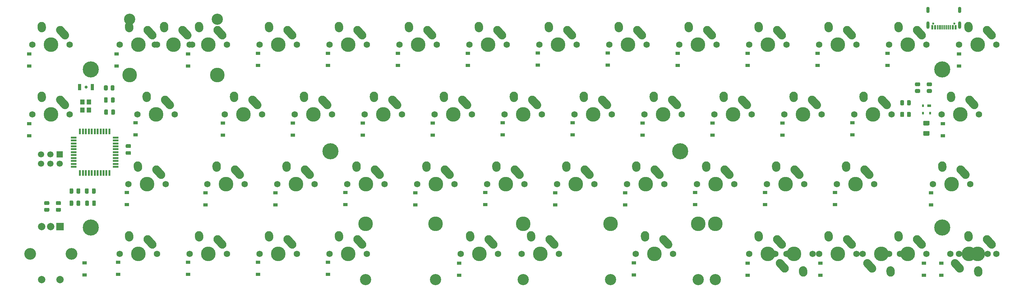
<source format=gbr>
%TF.GenerationSoftware,KiCad,Pcbnew,(5.1.12)-1*%
%TF.CreationDate,2022-01-18T19:21:30-06:00*%
%TF.ProjectId,pcb,7063622e-6b69-4636-9164-5f7063625858,rev?*%
%TF.SameCoordinates,Original*%
%TF.FileFunction,Soldermask,Top*%
%TF.FilePolarity,Negative*%
%FSLAX46Y46*%
G04 Gerber Fmt 4.6, Leading zero omitted, Abs format (unit mm)*
G04 Created by KiCad (PCBNEW (5.1.12)-1) date 2022-01-18 19:21:30*
%MOMM*%
%LPD*%
G01*
G04 APERTURE LIST*
%ADD10R,2.000000X2.000000*%
%ADD11C,2.000000*%
%ADD12C,3.200000*%
%ADD13C,3.987800*%
%ADD14C,3.048000*%
%ADD15C,1.750000*%
%ADD16C,2.250000*%
%ADD17C,4.400000*%
%ADD18R,0.550000X1.500000*%
%ADD19R,1.500000X0.550000*%
%ADD20C,0.800000*%
%ADD21R,0.900000X1.700000*%
%ADD22R,1.200000X1.400000*%
%ADD23R,1.000000X0.700000*%
%ADD24R,0.600000X0.700000*%
%ADD25R,1.700000X1.700000*%
%ADD26C,1.700000*%
%ADD27O,0.900000X2.000000*%
%ADD28O,0.900000X1.700000*%
%ADD29R,0.300000X1.160000*%
%ADD30C,0.600000*%
%ADD31R,0.600000X1.160000*%
%ADD32R,1.200000X0.900000*%
G04 APERTURE END LIST*
D10*
%TO.C,E1*%
X83780000Y-138430000D03*
D11*
X81280000Y-138430000D03*
X78780000Y-138430000D03*
D12*
X86880000Y-145930000D03*
X75680000Y-145930000D03*
D11*
X83780000Y-152930000D03*
X78780000Y-152930000D03*
%TD*%
%TO.C,R7*%
G36*
G01*
X80618751Y-132560750D02*
X79718749Y-132560750D01*
G75*
G02*
X79468750Y-132310751I0J249999D01*
G01*
X79468750Y-131785749D01*
G75*
G02*
X79718749Y-131535750I249999J0D01*
G01*
X80618751Y-131535750D01*
G75*
G02*
X80868750Y-131785749I0J-249999D01*
G01*
X80868750Y-132310751D01*
G75*
G02*
X80618751Y-132560750I-249999J0D01*
G01*
G37*
G36*
G01*
X80618751Y-134385750D02*
X79718749Y-134385750D01*
G75*
G02*
X79468750Y-134135751I0J249999D01*
G01*
X79468750Y-133610749D01*
G75*
G02*
X79718749Y-133360750I249999J0D01*
G01*
X80618751Y-133360750D01*
G75*
G02*
X80868750Y-133610749I0J-249999D01*
G01*
X80868750Y-134135751D01*
G75*
G02*
X80618751Y-134385750I-249999J0D01*
G01*
G37*
%TD*%
D13*
%TO.C,MX54*%
X166992300Y-137668000D03*
X262242300Y-137668000D03*
D14*
X166992300Y-152908000D03*
X262242300Y-152908000D03*
D15*
X209537300Y-145923000D03*
X219697300Y-145923000D03*
D16*
X217117300Y-141923000D03*
D13*
X214617300Y-145923000D03*
G36*
G01*
X219180072Y-144219038D02*
X219178617Y-144220345D01*
G75*
G02*
X217589955Y-144134317I-751317J837345D01*
G01*
X216279953Y-142674317D01*
G75*
G02*
X216365981Y-141085655I837345J751317D01*
G01*
X216365981Y-141085655D01*
G75*
G02*
X217954643Y-141171683I751317J-837345D01*
G01*
X219264645Y-142631683D01*
G75*
G02*
X219178617Y-144220345I-837345J-751317D01*
G01*
G37*
D16*
X212077300Y-140843000D03*
G36*
G01*
X212195776Y-142545260D02*
X212194703Y-142545334D01*
G75*
G02*
X210994966Y-141500403I-77403J1122334D01*
G01*
X210954966Y-140920403D01*
G75*
G02*
X211999897Y-139720666I1122334J77403D01*
G01*
X211999897Y-139720666D01*
G75*
G02*
X213199634Y-140765597I77403J-1122334D01*
G01*
X213239634Y-141345597D01*
G75*
G02*
X212194703Y-142545334I-1122334J-77403D01*
G01*
G37*
%TD*%
D15*
%TO.C,MX53*%
X288734500Y-145910300D03*
X278574500Y-145910300D03*
D16*
X281154500Y-149910300D03*
D13*
X283654500Y-145910300D03*
G36*
G01*
X279093188Y-147612950D02*
X279093183Y-147612955D01*
G75*
G02*
X280681845Y-147698983I751317J-837345D01*
G01*
X281991847Y-149158983D01*
G75*
G02*
X281905819Y-150747645I-837345J-751317D01*
G01*
X281905819Y-150747645D01*
G75*
G02*
X280317157Y-150661617I-751317J837345D01*
G01*
X279007155Y-149201617D01*
G75*
G02*
X279093183Y-147612955I837345J751317D01*
G01*
G37*
D16*
X286194500Y-150990300D03*
G36*
G01*
X286077983Y-149287905D02*
X286077097Y-149287966D01*
G75*
G02*
X287276834Y-150332897I77403J-1122334D01*
G01*
X287316834Y-150912897D01*
G75*
G02*
X286271903Y-152112634I-1122334J-77403D01*
G01*
X286271903Y-152112634D01*
G75*
G02*
X285072166Y-151067703I-77403J1122334D01*
G01*
X285032166Y-150487703D01*
G75*
G02*
X286077097Y-149287966I1122334J77403D01*
G01*
G37*
%TD*%
D15*
%TO.C,MX52*%
X312547000Y-145923000D03*
X302387000Y-145923000D03*
D16*
X304967000Y-149923000D03*
D13*
X307467000Y-145923000D03*
G36*
G01*
X302905688Y-147625650D02*
X302905683Y-147625655D01*
G75*
G02*
X304494345Y-147711683I751317J-837345D01*
G01*
X305804347Y-149171683D01*
G75*
G02*
X305718319Y-150760345I-837345J-751317D01*
G01*
X305718319Y-150760345D01*
G75*
G02*
X304129657Y-150674317I-751317J837345D01*
G01*
X302819655Y-149214317D01*
G75*
G02*
X302905683Y-147625655I837345J751317D01*
G01*
G37*
D16*
X310007000Y-151003000D03*
G36*
G01*
X309890483Y-149300605D02*
X309889597Y-149300666D01*
G75*
G02*
X311089334Y-150345597I77403J-1122334D01*
G01*
X311129334Y-150925597D01*
G75*
G02*
X310084403Y-152125334I-1122334J-77403D01*
G01*
X310084403Y-152125334D01*
G75*
G02*
X308884666Y-151080403I-77403J1122334D01*
G01*
X308844666Y-150500403D01*
G75*
G02*
X309889597Y-149300666I1122334J77403D01*
G01*
G37*
%TD*%
D15*
%TO.C,MX51*%
X336423000Y-145923000D03*
X326263000Y-145923000D03*
D16*
X328843000Y-149923000D03*
D13*
X331343000Y-145923000D03*
G36*
G01*
X326781688Y-147625650D02*
X326781683Y-147625655D01*
G75*
G02*
X328370345Y-147711683I751317J-837345D01*
G01*
X329680347Y-149171683D01*
G75*
G02*
X329594319Y-150760345I-837345J-751317D01*
G01*
X329594319Y-150760345D01*
G75*
G02*
X328005657Y-150674317I-751317J837345D01*
G01*
X326695655Y-149214317D01*
G75*
G02*
X326781683Y-147625655I837345J751317D01*
G01*
G37*
D16*
X333883000Y-151003000D03*
G36*
G01*
X333766483Y-149300605D02*
X333765597Y-149300666D01*
G75*
G02*
X334965334Y-150345597I77403J-1122334D01*
G01*
X335005334Y-150925597D01*
G75*
G02*
X333960403Y-152125334I-1122334J-77403D01*
G01*
X333960403Y-152125334D01*
G75*
G02*
X332760666Y-151080403I-77403J1122334D01*
G01*
X332720666Y-150500403D01*
G75*
G02*
X333765597Y-149300666I1122334J77403D01*
G01*
G37*
%TD*%
D13*
%TO.C,MX45*%
X186067700Y-137668000D03*
X209943700Y-137668000D03*
D14*
X186067700Y-152908000D03*
X209943700Y-152908000D03*
D15*
X192925700Y-145923000D03*
X203085700Y-145923000D03*
D16*
X200505700Y-141923000D03*
D13*
X198005700Y-145923000D03*
G36*
G01*
X202568472Y-144219038D02*
X202567017Y-144220345D01*
G75*
G02*
X200978355Y-144134317I-751317J837345D01*
G01*
X199668353Y-142674317D01*
G75*
G02*
X199754381Y-141085655I837345J751317D01*
G01*
X199754381Y-141085655D01*
G75*
G02*
X201343043Y-141171683I751317J-837345D01*
G01*
X202653045Y-142631683D01*
G75*
G02*
X202567017Y-144220345I-837345J-751317D01*
G01*
G37*
D16*
X195465700Y-140843000D03*
G36*
G01*
X195584176Y-142545260D02*
X195583103Y-142545334D01*
G75*
G02*
X194383366Y-141500403I-77403J1122334D01*
G01*
X194343366Y-140920403D01*
G75*
G02*
X195388297Y-139720666I1122334J77403D01*
G01*
X195388297Y-139720666D01*
G75*
G02*
X196588034Y-140765597I77403J-1122334D01*
G01*
X196628034Y-141345597D01*
G75*
G02*
X195583103Y-142545334I-1122334J-77403D01*
G01*
G37*
%TD*%
D13*
%TO.C,MX44*%
X233692700Y-137668000D03*
X257568700Y-137668000D03*
D14*
X233692700Y-152908000D03*
X257568700Y-152908000D03*
D15*
X240550700Y-145923000D03*
X250710700Y-145923000D03*
D16*
X248130700Y-141923000D03*
D13*
X245630700Y-145923000D03*
G36*
G01*
X250193472Y-144219038D02*
X250192017Y-144220345D01*
G75*
G02*
X248603355Y-144134317I-751317J837345D01*
G01*
X247293353Y-142674317D01*
G75*
G02*
X247379381Y-141085655I837345J751317D01*
G01*
X247379381Y-141085655D01*
G75*
G02*
X248968043Y-141171683I751317J-837345D01*
G01*
X250278045Y-142631683D01*
G75*
G02*
X250192017Y-144220345I-837345J-751317D01*
G01*
G37*
D16*
X243090700Y-140843000D03*
G36*
G01*
X243209176Y-142545260D02*
X243208103Y-142545334D01*
G75*
G02*
X242008366Y-141500403I-77403J1122334D01*
G01*
X241968366Y-140920403D01*
G75*
G02*
X243013297Y-139720666I1122334J77403D01*
G01*
X243013297Y-139720666D01*
G75*
G02*
X244213034Y-140765597I77403J-1122334D01*
G01*
X244253034Y-141345597D01*
G75*
G02*
X243208103Y-142545334I-1122334J-77403D01*
G01*
G37*
%TD*%
D17*
%TO.C,H6*%
X92202000Y-138684000D03*
%TD*%
%TO.C,H5*%
X92202000Y-95504000D03*
%TD*%
%TO.C,H3*%
X252730000Y-117856000D03*
%TD*%
%TO.C,H4*%
X157480000Y-117856000D03*
%TD*%
%TO.C,H2*%
X324104000Y-138684000D03*
%TD*%
%TO.C,H1*%
X324104000Y-95504000D03*
%TD*%
D18*
%TO.C,U1*%
X97230700Y-123841750D03*
X96430700Y-123841750D03*
X95630700Y-123841750D03*
X94830700Y-123841750D03*
X94030700Y-123841750D03*
X93230700Y-123841750D03*
X92430700Y-123841750D03*
X91630700Y-123841750D03*
X90830700Y-123841750D03*
X90030700Y-123841750D03*
X89230700Y-123841750D03*
D19*
X87530700Y-122141750D03*
X87530700Y-121341750D03*
X87530700Y-120541750D03*
X87530700Y-119741750D03*
X87530700Y-118941750D03*
X87530700Y-118141750D03*
X87530700Y-117341750D03*
X87530700Y-116541750D03*
X87530700Y-115741750D03*
X87530700Y-114941750D03*
X87530700Y-114141750D03*
D18*
X89230700Y-112441750D03*
X90030700Y-112441750D03*
X90830700Y-112441750D03*
X91630700Y-112441750D03*
X92430700Y-112441750D03*
X93230700Y-112441750D03*
X94030700Y-112441750D03*
X94830700Y-112441750D03*
X95630700Y-112441750D03*
X96430700Y-112441750D03*
X97230700Y-112441750D03*
D19*
X98930700Y-114141750D03*
X98930700Y-114941750D03*
X98930700Y-115741750D03*
X98930700Y-116541750D03*
X98930700Y-117341750D03*
X98930700Y-118141750D03*
X98930700Y-118941750D03*
X98930700Y-119741750D03*
X98930700Y-120541750D03*
X98930700Y-121341750D03*
X98930700Y-122141750D03*
%TD*%
D15*
%TO.C,MX14*%
X76244450Y-88773000D03*
X86404450Y-88773000D03*
D16*
X83824450Y-84773000D03*
D13*
X81324450Y-88773000D03*
G36*
G01*
X85887222Y-87069038D02*
X85885767Y-87070345D01*
G75*
G02*
X84297105Y-86984317I-751317J837345D01*
G01*
X82987103Y-85524317D01*
G75*
G02*
X83073131Y-83935655I837345J751317D01*
G01*
X83073131Y-83935655D01*
G75*
G02*
X84661793Y-84021683I751317J-837345D01*
G01*
X85971795Y-85481683D01*
G75*
G02*
X85885767Y-87070345I-837345J-751317D01*
G01*
G37*
D16*
X78784450Y-83693000D03*
G36*
G01*
X78902926Y-85395260D02*
X78901853Y-85395334D01*
G75*
G02*
X77702116Y-84350403I-77403J1122334D01*
G01*
X77662116Y-83770403D01*
G75*
G02*
X78707047Y-82570666I1122334J77403D01*
G01*
X78707047Y-82570666D01*
G75*
G02*
X79906784Y-83615597I77403J-1122334D01*
G01*
X79946784Y-84195597D01*
G75*
G02*
X78901853Y-85395334I-1122334J-77403D01*
G01*
G37*
%TD*%
D20*
%TO.C,SW1*%
X90854000Y-100330000D03*
D21*
X92554000Y-100330000D03*
X89154000Y-100330000D03*
%TD*%
%TO.C,MX50*%
G36*
G01*
X112240426Y-85395260D02*
X112239353Y-85395334D01*
G75*
G02*
X111039616Y-84350403I-77403J1122334D01*
G01*
X110999616Y-83770403D01*
G75*
G02*
X112044547Y-82570666I1122334J77403D01*
G01*
X112044547Y-82570666D01*
G75*
G02*
X113244284Y-83615597I77403J-1122334D01*
G01*
X113284284Y-84195597D01*
G75*
G02*
X112239353Y-85395334I-1122334J-77403D01*
G01*
G37*
D16*
X112121950Y-83693000D03*
G36*
G01*
X119224722Y-87069038D02*
X119223267Y-87070345D01*
G75*
G02*
X117634605Y-86984317I-751317J837345D01*
G01*
X116324603Y-85524317D01*
G75*
G02*
X116410631Y-83935655I837345J751317D01*
G01*
X116410631Y-83935655D01*
G75*
G02*
X117999293Y-84021683I751317J-837345D01*
G01*
X119309295Y-85481683D01*
G75*
G02*
X119223267Y-87070345I-837345J-751317D01*
G01*
G37*
D13*
X114661950Y-88773000D03*
D16*
X117161950Y-84773000D03*
D15*
X119741950Y-88773000D03*
X109581950Y-88773000D03*
D14*
X126599950Y-81788000D03*
X102723950Y-81788000D03*
D13*
X126599950Y-97028000D03*
X102723950Y-97028000D03*
%TD*%
%TO.C,MX49*%
G36*
G01*
X102715426Y-142545260D02*
X102714353Y-142545334D01*
G75*
G02*
X101514616Y-141500403I-77403J1122334D01*
G01*
X101474616Y-140920403D01*
G75*
G02*
X102519547Y-139720666I1122334J77403D01*
G01*
X102519547Y-139720666D01*
G75*
G02*
X103719284Y-140765597I77403J-1122334D01*
G01*
X103759284Y-141345597D01*
G75*
G02*
X102714353Y-142545334I-1122334J-77403D01*
G01*
G37*
D16*
X102596950Y-140843000D03*
G36*
G01*
X109699722Y-144219038D02*
X109698267Y-144220345D01*
G75*
G02*
X108109605Y-144134317I-751317J837345D01*
G01*
X106799603Y-142674317D01*
G75*
G02*
X106885631Y-141085655I837345J751317D01*
G01*
X106885631Y-141085655D01*
G75*
G02*
X108474293Y-141171683I751317J-837345D01*
G01*
X109784295Y-142631683D01*
G75*
G02*
X109698267Y-144220345I-837345J-751317D01*
G01*
G37*
D13*
X105136950Y-145923000D03*
D16*
X107636950Y-141923000D03*
D15*
X110216950Y-145923000D03*
X100056950Y-145923000D03*
%TD*%
%TO.C,MX48*%
G36*
G01*
X121765426Y-142545260D02*
X121764353Y-142545334D01*
G75*
G02*
X120564616Y-141500403I-77403J1122334D01*
G01*
X120524616Y-140920403D01*
G75*
G02*
X121569547Y-139720666I1122334J77403D01*
G01*
X121569547Y-139720666D01*
G75*
G02*
X122769284Y-140765597I77403J-1122334D01*
G01*
X122809284Y-141345597D01*
G75*
G02*
X121764353Y-142545334I-1122334J-77403D01*
G01*
G37*
D16*
X121646950Y-140843000D03*
G36*
G01*
X128749722Y-144219038D02*
X128748267Y-144220345D01*
G75*
G02*
X127159605Y-144134317I-751317J837345D01*
G01*
X125849603Y-142674317D01*
G75*
G02*
X125935631Y-141085655I837345J751317D01*
G01*
X125935631Y-141085655D01*
G75*
G02*
X127524293Y-141171683I751317J-837345D01*
G01*
X128834295Y-142631683D01*
G75*
G02*
X128748267Y-144220345I-837345J-751317D01*
G01*
G37*
D13*
X124186950Y-145923000D03*
D16*
X126686950Y-141923000D03*
D15*
X129266950Y-145923000D03*
X119106950Y-145923000D03*
%TD*%
%TO.C,MX47*%
G36*
G01*
X140815426Y-142545260D02*
X140814353Y-142545334D01*
G75*
G02*
X139614616Y-141500403I-77403J1122334D01*
G01*
X139574616Y-140920403D01*
G75*
G02*
X140619547Y-139720666I1122334J77403D01*
G01*
X140619547Y-139720666D01*
G75*
G02*
X141819284Y-140765597I77403J-1122334D01*
G01*
X141859284Y-141345597D01*
G75*
G02*
X140814353Y-142545334I-1122334J-77403D01*
G01*
G37*
D16*
X140696950Y-140843000D03*
G36*
G01*
X147799722Y-144219038D02*
X147798267Y-144220345D01*
G75*
G02*
X146209605Y-144134317I-751317J837345D01*
G01*
X144899603Y-142674317D01*
G75*
G02*
X144985631Y-141085655I837345J751317D01*
G01*
X144985631Y-141085655D01*
G75*
G02*
X146574293Y-141171683I751317J-837345D01*
G01*
X147884295Y-142631683D01*
G75*
G02*
X147798267Y-144220345I-837345J-751317D01*
G01*
G37*
D13*
X143236950Y-145923000D03*
D16*
X145736950Y-141923000D03*
D15*
X148316950Y-145923000D03*
X138156950Y-145923000D03*
%TD*%
%TO.C,MX46*%
G36*
G01*
X159865426Y-142545260D02*
X159864353Y-142545334D01*
G75*
G02*
X158664616Y-141500403I-77403J1122334D01*
G01*
X158624616Y-140920403D01*
G75*
G02*
X159669547Y-139720666I1122334J77403D01*
G01*
X159669547Y-139720666D01*
G75*
G02*
X160869284Y-140765597I77403J-1122334D01*
G01*
X160909284Y-141345597D01*
G75*
G02*
X159864353Y-142545334I-1122334J-77403D01*
G01*
G37*
D16*
X159746950Y-140843000D03*
G36*
G01*
X166849722Y-144219038D02*
X166848267Y-144220345D01*
G75*
G02*
X165259605Y-144134317I-751317J837345D01*
G01*
X163949603Y-142674317D01*
G75*
G02*
X164035631Y-141085655I837345J751317D01*
G01*
X164035631Y-141085655D01*
G75*
G02*
X165624293Y-141171683I751317J-837345D01*
G01*
X166934295Y-142631683D01*
G75*
G02*
X166848267Y-144220345I-837345J-751317D01*
G01*
G37*
D13*
X162286950Y-145923000D03*
D16*
X164786950Y-141923000D03*
D15*
X167366950Y-145923000D03*
X157206950Y-145923000D03*
%TD*%
%TO.C,MX43*%
G36*
G01*
X274165426Y-142545260D02*
X274164353Y-142545334D01*
G75*
G02*
X272964616Y-141500403I-77403J1122334D01*
G01*
X272924616Y-140920403D01*
G75*
G02*
X273969547Y-139720666I1122334J77403D01*
G01*
X273969547Y-139720666D01*
G75*
G02*
X275169284Y-140765597I77403J-1122334D01*
G01*
X275209284Y-141345597D01*
G75*
G02*
X274164353Y-142545334I-1122334J-77403D01*
G01*
G37*
D16*
X274046950Y-140843000D03*
G36*
G01*
X281149722Y-144219038D02*
X281148267Y-144220345D01*
G75*
G02*
X279559605Y-144134317I-751317J837345D01*
G01*
X278249603Y-142674317D01*
G75*
G02*
X278335631Y-141085655I837345J751317D01*
G01*
X278335631Y-141085655D01*
G75*
G02*
X279924293Y-141171683I751317J-837345D01*
G01*
X281234295Y-142631683D01*
G75*
G02*
X281148267Y-144220345I-837345J-751317D01*
G01*
G37*
D13*
X276586950Y-145923000D03*
D16*
X279086950Y-141923000D03*
D15*
X281666950Y-145923000D03*
X271506950Y-145923000D03*
%TD*%
%TO.C,MX42*%
G36*
G01*
X293215426Y-142545260D02*
X293214353Y-142545334D01*
G75*
G02*
X292014616Y-141500403I-77403J1122334D01*
G01*
X291974616Y-140920403D01*
G75*
G02*
X293019547Y-139720666I1122334J77403D01*
G01*
X293019547Y-139720666D01*
G75*
G02*
X294219284Y-140765597I77403J-1122334D01*
G01*
X294259284Y-141345597D01*
G75*
G02*
X293214353Y-142545334I-1122334J-77403D01*
G01*
G37*
D16*
X293096950Y-140843000D03*
G36*
G01*
X300199722Y-144219038D02*
X300198267Y-144220345D01*
G75*
G02*
X298609605Y-144134317I-751317J837345D01*
G01*
X297299603Y-142674317D01*
G75*
G02*
X297385631Y-141085655I837345J751317D01*
G01*
X297385631Y-141085655D01*
G75*
G02*
X298974293Y-141171683I751317J-837345D01*
G01*
X300284295Y-142631683D01*
G75*
G02*
X300198267Y-144220345I-837345J-751317D01*
G01*
G37*
D13*
X295636950Y-145923000D03*
D16*
X298136950Y-141923000D03*
D15*
X300716950Y-145923000D03*
X290556950Y-145923000D03*
%TD*%
%TO.C,MX41*%
G36*
G01*
X312265426Y-142545260D02*
X312264353Y-142545334D01*
G75*
G02*
X311064616Y-141500403I-77403J1122334D01*
G01*
X311024616Y-140920403D01*
G75*
G02*
X312069547Y-139720666I1122334J77403D01*
G01*
X312069547Y-139720666D01*
G75*
G02*
X313269284Y-140765597I77403J-1122334D01*
G01*
X313309284Y-141345597D01*
G75*
G02*
X312264353Y-142545334I-1122334J-77403D01*
G01*
G37*
D16*
X312146950Y-140843000D03*
G36*
G01*
X319249722Y-144219038D02*
X319248267Y-144220345D01*
G75*
G02*
X317659605Y-144134317I-751317J837345D01*
G01*
X316349603Y-142674317D01*
G75*
G02*
X316435631Y-141085655I837345J751317D01*
G01*
X316435631Y-141085655D01*
G75*
G02*
X318024293Y-141171683I751317J-837345D01*
G01*
X319334295Y-142631683D01*
G75*
G02*
X319248267Y-144220345I-837345J-751317D01*
G01*
G37*
D13*
X314686950Y-145923000D03*
D16*
X317186950Y-141923000D03*
D15*
X319766950Y-145923000D03*
X309606950Y-145923000D03*
%TD*%
%TO.C,MX40*%
G36*
G01*
X331315426Y-142545260D02*
X331314353Y-142545334D01*
G75*
G02*
X330114616Y-141500403I-77403J1122334D01*
G01*
X330074616Y-140920403D01*
G75*
G02*
X331119547Y-139720666I1122334J77403D01*
G01*
X331119547Y-139720666D01*
G75*
G02*
X332319284Y-140765597I77403J-1122334D01*
G01*
X332359284Y-141345597D01*
G75*
G02*
X331314353Y-142545334I-1122334J-77403D01*
G01*
G37*
D16*
X331196950Y-140843000D03*
G36*
G01*
X338299722Y-144219038D02*
X338298267Y-144220345D01*
G75*
G02*
X336709605Y-144134317I-751317J837345D01*
G01*
X335399603Y-142674317D01*
G75*
G02*
X335485631Y-141085655I837345J751317D01*
G01*
X335485631Y-141085655D01*
G75*
G02*
X337074293Y-141171683I751317J-837345D01*
G01*
X338384295Y-142631683D01*
G75*
G02*
X338298267Y-144220345I-837345J-751317D01*
G01*
G37*
D13*
X333736950Y-145923000D03*
D16*
X336236950Y-141923000D03*
D15*
X338816950Y-145923000D03*
X328656950Y-145923000D03*
%TD*%
%TO.C,MX39*%
G36*
G01*
X105096676Y-123495260D02*
X105095603Y-123495334D01*
G75*
G02*
X103895866Y-122450403I-77403J1122334D01*
G01*
X103855866Y-121870403D01*
G75*
G02*
X104900797Y-120670666I1122334J77403D01*
G01*
X104900797Y-120670666D01*
G75*
G02*
X106100534Y-121715597I77403J-1122334D01*
G01*
X106140534Y-122295597D01*
G75*
G02*
X105095603Y-123495334I-1122334J-77403D01*
G01*
G37*
D16*
X104978200Y-121793000D03*
G36*
G01*
X112080972Y-125169038D02*
X112079517Y-125170345D01*
G75*
G02*
X110490855Y-125084317I-751317J837345D01*
G01*
X109180853Y-123624317D01*
G75*
G02*
X109266881Y-122035655I837345J751317D01*
G01*
X109266881Y-122035655D01*
G75*
G02*
X110855543Y-122121683I751317J-837345D01*
G01*
X112165545Y-123581683D01*
G75*
G02*
X112079517Y-125170345I-837345J-751317D01*
G01*
G37*
D13*
X107518200Y-126873000D03*
D16*
X110018200Y-122873000D03*
D15*
X112598200Y-126873000D03*
X102438200Y-126873000D03*
%TD*%
%TO.C,MX38*%
G36*
G01*
X126527926Y-123495260D02*
X126526853Y-123495334D01*
G75*
G02*
X125327116Y-122450403I-77403J1122334D01*
G01*
X125287116Y-121870403D01*
G75*
G02*
X126332047Y-120670666I1122334J77403D01*
G01*
X126332047Y-120670666D01*
G75*
G02*
X127531784Y-121715597I77403J-1122334D01*
G01*
X127571784Y-122295597D01*
G75*
G02*
X126526853Y-123495334I-1122334J-77403D01*
G01*
G37*
D16*
X126409450Y-121793000D03*
G36*
G01*
X133512222Y-125169038D02*
X133510767Y-125170345D01*
G75*
G02*
X131922105Y-125084317I-751317J837345D01*
G01*
X130612103Y-123624317D01*
G75*
G02*
X130698131Y-122035655I837345J751317D01*
G01*
X130698131Y-122035655D01*
G75*
G02*
X132286793Y-122121683I751317J-837345D01*
G01*
X133596795Y-123581683D01*
G75*
G02*
X133510767Y-125170345I-837345J-751317D01*
G01*
G37*
D13*
X128949450Y-126873000D03*
D16*
X131449450Y-122873000D03*
D15*
X134029450Y-126873000D03*
X123869450Y-126873000D03*
%TD*%
%TO.C,MX37*%
G36*
G01*
X145577926Y-123495260D02*
X145576853Y-123495334D01*
G75*
G02*
X144377116Y-122450403I-77403J1122334D01*
G01*
X144337116Y-121870403D01*
G75*
G02*
X145382047Y-120670666I1122334J77403D01*
G01*
X145382047Y-120670666D01*
G75*
G02*
X146581784Y-121715597I77403J-1122334D01*
G01*
X146621784Y-122295597D01*
G75*
G02*
X145576853Y-123495334I-1122334J-77403D01*
G01*
G37*
D16*
X145459450Y-121793000D03*
G36*
G01*
X152562222Y-125169038D02*
X152560767Y-125170345D01*
G75*
G02*
X150972105Y-125084317I-751317J837345D01*
G01*
X149662103Y-123624317D01*
G75*
G02*
X149748131Y-122035655I837345J751317D01*
G01*
X149748131Y-122035655D01*
G75*
G02*
X151336793Y-122121683I751317J-837345D01*
G01*
X152646795Y-123581683D01*
G75*
G02*
X152560767Y-125170345I-837345J-751317D01*
G01*
G37*
D13*
X147999450Y-126873000D03*
D16*
X150499450Y-122873000D03*
D15*
X153079450Y-126873000D03*
X142919450Y-126873000D03*
%TD*%
%TO.C,MX36*%
G36*
G01*
X164627926Y-123495260D02*
X164626853Y-123495334D01*
G75*
G02*
X163427116Y-122450403I-77403J1122334D01*
G01*
X163387116Y-121870403D01*
G75*
G02*
X164432047Y-120670666I1122334J77403D01*
G01*
X164432047Y-120670666D01*
G75*
G02*
X165631784Y-121715597I77403J-1122334D01*
G01*
X165671784Y-122295597D01*
G75*
G02*
X164626853Y-123495334I-1122334J-77403D01*
G01*
G37*
D16*
X164509450Y-121793000D03*
G36*
G01*
X171612222Y-125169038D02*
X171610767Y-125170345D01*
G75*
G02*
X170022105Y-125084317I-751317J837345D01*
G01*
X168712103Y-123624317D01*
G75*
G02*
X168798131Y-122035655I837345J751317D01*
G01*
X168798131Y-122035655D01*
G75*
G02*
X170386793Y-122121683I751317J-837345D01*
G01*
X171696795Y-123581683D01*
G75*
G02*
X171610767Y-125170345I-837345J-751317D01*
G01*
G37*
D13*
X167049450Y-126873000D03*
D16*
X169549450Y-122873000D03*
D15*
X172129450Y-126873000D03*
X161969450Y-126873000D03*
%TD*%
%TO.C,MX35*%
G36*
G01*
X183677926Y-123495260D02*
X183676853Y-123495334D01*
G75*
G02*
X182477116Y-122450403I-77403J1122334D01*
G01*
X182437116Y-121870403D01*
G75*
G02*
X183482047Y-120670666I1122334J77403D01*
G01*
X183482047Y-120670666D01*
G75*
G02*
X184681784Y-121715597I77403J-1122334D01*
G01*
X184721784Y-122295597D01*
G75*
G02*
X183676853Y-123495334I-1122334J-77403D01*
G01*
G37*
D16*
X183559450Y-121793000D03*
G36*
G01*
X190662222Y-125169038D02*
X190660767Y-125170345D01*
G75*
G02*
X189072105Y-125084317I-751317J837345D01*
G01*
X187762103Y-123624317D01*
G75*
G02*
X187848131Y-122035655I837345J751317D01*
G01*
X187848131Y-122035655D01*
G75*
G02*
X189436793Y-122121683I751317J-837345D01*
G01*
X190746795Y-123581683D01*
G75*
G02*
X190660767Y-125170345I-837345J-751317D01*
G01*
G37*
D13*
X186099450Y-126873000D03*
D16*
X188599450Y-122873000D03*
D15*
X191179450Y-126873000D03*
X181019450Y-126873000D03*
%TD*%
%TO.C,MX34*%
G36*
G01*
X202727926Y-123495260D02*
X202726853Y-123495334D01*
G75*
G02*
X201527116Y-122450403I-77403J1122334D01*
G01*
X201487116Y-121870403D01*
G75*
G02*
X202532047Y-120670666I1122334J77403D01*
G01*
X202532047Y-120670666D01*
G75*
G02*
X203731784Y-121715597I77403J-1122334D01*
G01*
X203771784Y-122295597D01*
G75*
G02*
X202726853Y-123495334I-1122334J-77403D01*
G01*
G37*
D16*
X202609450Y-121793000D03*
G36*
G01*
X209712222Y-125169038D02*
X209710767Y-125170345D01*
G75*
G02*
X208122105Y-125084317I-751317J837345D01*
G01*
X206812103Y-123624317D01*
G75*
G02*
X206898131Y-122035655I837345J751317D01*
G01*
X206898131Y-122035655D01*
G75*
G02*
X208486793Y-122121683I751317J-837345D01*
G01*
X209796795Y-123581683D01*
G75*
G02*
X209710767Y-125170345I-837345J-751317D01*
G01*
G37*
D13*
X205149450Y-126873000D03*
D16*
X207649450Y-122873000D03*
D15*
X210229450Y-126873000D03*
X200069450Y-126873000D03*
%TD*%
%TO.C,MX33*%
G36*
G01*
X221777926Y-123495260D02*
X221776853Y-123495334D01*
G75*
G02*
X220577116Y-122450403I-77403J1122334D01*
G01*
X220537116Y-121870403D01*
G75*
G02*
X221582047Y-120670666I1122334J77403D01*
G01*
X221582047Y-120670666D01*
G75*
G02*
X222781784Y-121715597I77403J-1122334D01*
G01*
X222821784Y-122295597D01*
G75*
G02*
X221776853Y-123495334I-1122334J-77403D01*
G01*
G37*
D16*
X221659450Y-121793000D03*
G36*
G01*
X228762222Y-125169038D02*
X228760767Y-125170345D01*
G75*
G02*
X227172105Y-125084317I-751317J837345D01*
G01*
X225862103Y-123624317D01*
G75*
G02*
X225948131Y-122035655I837345J751317D01*
G01*
X225948131Y-122035655D01*
G75*
G02*
X227536793Y-122121683I751317J-837345D01*
G01*
X228846795Y-123581683D01*
G75*
G02*
X228760767Y-125170345I-837345J-751317D01*
G01*
G37*
D13*
X224199450Y-126873000D03*
D16*
X226699450Y-122873000D03*
D15*
X229279450Y-126873000D03*
X219119450Y-126873000D03*
%TD*%
%TO.C,MX32*%
G36*
G01*
X240827926Y-123495260D02*
X240826853Y-123495334D01*
G75*
G02*
X239627116Y-122450403I-77403J1122334D01*
G01*
X239587116Y-121870403D01*
G75*
G02*
X240632047Y-120670666I1122334J77403D01*
G01*
X240632047Y-120670666D01*
G75*
G02*
X241831784Y-121715597I77403J-1122334D01*
G01*
X241871784Y-122295597D01*
G75*
G02*
X240826853Y-123495334I-1122334J-77403D01*
G01*
G37*
D16*
X240709450Y-121793000D03*
G36*
G01*
X247812222Y-125169038D02*
X247810767Y-125170345D01*
G75*
G02*
X246222105Y-125084317I-751317J837345D01*
G01*
X244912103Y-123624317D01*
G75*
G02*
X244998131Y-122035655I837345J751317D01*
G01*
X244998131Y-122035655D01*
G75*
G02*
X246586793Y-122121683I751317J-837345D01*
G01*
X247896795Y-123581683D01*
G75*
G02*
X247810767Y-125170345I-837345J-751317D01*
G01*
G37*
D13*
X243249450Y-126873000D03*
D16*
X245749450Y-122873000D03*
D15*
X248329450Y-126873000D03*
X238169450Y-126873000D03*
%TD*%
%TO.C,MX31*%
G36*
G01*
X259877926Y-123495260D02*
X259876853Y-123495334D01*
G75*
G02*
X258677116Y-122450403I-77403J1122334D01*
G01*
X258637116Y-121870403D01*
G75*
G02*
X259682047Y-120670666I1122334J77403D01*
G01*
X259682047Y-120670666D01*
G75*
G02*
X260881784Y-121715597I77403J-1122334D01*
G01*
X260921784Y-122295597D01*
G75*
G02*
X259876853Y-123495334I-1122334J-77403D01*
G01*
G37*
D16*
X259759450Y-121793000D03*
G36*
G01*
X266862222Y-125169038D02*
X266860767Y-125170345D01*
G75*
G02*
X265272105Y-125084317I-751317J837345D01*
G01*
X263962103Y-123624317D01*
G75*
G02*
X264048131Y-122035655I837345J751317D01*
G01*
X264048131Y-122035655D01*
G75*
G02*
X265636793Y-122121683I751317J-837345D01*
G01*
X266946795Y-123581683D01*
G75*
G02*
X266860767Y-125170345I-837345J-751317D01*
G01*
G37*
D13*
X262299450Y-126873000D03*
D16*
X264799450Y-122873000D03*
D15*
X267379450Y-126873000D03*
X257219450Y-126873000D03*
%TD*%
%TO.C,MX30*%
G36*
G01*
X278927926Y-123495260D02*
X278926853Y-123495334D01*
G75*
G02*
X277727116Y-122450403I-77403J1122334D01*
G01*
X277687116Y-121870403D01*
G75*
G02*
X278732047Y-120670666I1122334J77403D01*
G01*
X278732047Y-120670666D01*
G75*
G02*
X279931784Y-121715597I77403J-1122334D01*
G01*
X279971784Y-122295597D01*
G75*
G02*
X278926853Y-123495334I-1122334J-77403D01*
G01*
G37*
D16*
X278809450Y-121793000D03*
G36*
G01*
X285912222Y-125169038D02*
X285910767Y-125170345D01*
G75*
G02*
X284322105Y-125084317I-751317J837345D01*
G01*
X283012103Y-123624317D01*
G75*
G02*
X283098131Y-122035655I837345J751317D01*
G01*
X283098131Y-122035655D01*
G75*
G02*
X284686793Y-122121683I751317J-837345D01*
G01*
X285996795Y-123581683D01*
G75*
G02*
X285910767Y-125170345I-837345J-751317D01*
G01*
G37*
D13*
X281349450Y-126873000D03*
D16*
X283849450Y-122873000D03*
D15*
X286429450Y-126873000D03*
X276269450Y-126873000D03*
%TD*%
%TO.C,MX29*%
G36*
G01*
X297977926Y-123495260D02*
X297976853Y-123495334D01*
G75*
G02*
X296777116Y-122450403I-77403J1122334D01*
G01*
X296737116Y-121870403D01*
G75*
G02*
X297782047Y-120670666I1122334J77403D01*
G01*
X297782047Y-120670666D01*
G75*
G02*
X298981784Y-121715597I77403J-1122334D01*
G01*
X299021784Y-122295597D01*
G75*
G02*
X297976853Y-123495334I-1122334J-77403D01*
G01*
G37*
D16*
X297859450Y-121793000D03*
G36*
G01*
X304962222Y-125169038D02*
X304960767Y-125170345D01*
G75*
G02*
X303372105Y-125084317I-751317J837345D01*
G01*
X302062103Y-123624317D01*
G75*
G02*
X302148131Y-122035655I837345J751317D01*
G01*
X302148131Y-122035655D01*
G75*
G02*
X303736793Y-122121683I751317J-837345D01*
G01*
X305046795Y-123581683D01*
G75*
G02*
X304960767Y-125170345I-837345J-751317D01*
G01*
G37*
D13*
X300399450Y-126873000D03*
D16*
X302899450Y-122873000D03*
D15*
X305479450Y-126873000D03*
X295319450Y-126873000D03*
%TD*%
%TO.C,MX28*%
G36*
G01*
X324171676Y-123495260D02*
X324170603Y-123495334D01*
G75*
G02*
X322970866Y-122450403I-77403J1122334D01*
G01*
X322930866Y-121870403D01*
G75*
G02*
X323975797Y-120670666I1122334J77403D01*
G01*
X323975797Y-120670666D01*
G75*
G02*
X325175534Y-121715597I77403J-1122334D01*
G01*
X325215534Y-122295597D01*
G75*
G02*
X324170603Y-123495334I-1122334J-77403D01*
G01*
G37*
D16*
X324053200Y-121793000D03*
G36*
G01*
X331155972Y-125169038D02*
X331154517Y-125170345D01*
G75*
G02*
X329565855Y-125084317I-751317J837345D01*
G01*
X328255853Y-123624317D01*
G75*
G02*
X328341881Y-122035655I837345J751317D01*
G01*
X328341881Y-122035655D01*
G75*
G02*
X329930543Y-122121683I751317J-837345D01*
G01*
X331240545Y-123581683D01*
G75*
G02*
X331154517Y-125170345I-837345J-751317D01*
G01*
G37*
D13*
X326593200Y-126873000D03*
D16*
X329093200Y-122873000D03*
D15*
X331673200Y-126873000D03*
X321513200Y-126873000D03*
%TD*%
%TO.C,MX27*%
X76244450Y-107823000D03*
X86404450Y-107823000D03*
D16*
X83824450Y-103823000D03*
D13*
X81324450Y-107823000D03*
G36*
G01*
X85887222Y-106119038D02*
X85885767Y-106120345D01*
G75*
G02*
X84297105Y-106034317I-751317J837345D01*
G01*
X82987103Y-104574317D01*
G75*
G02*
X83073131Y-102985655I837345J751317D01*
G01*
X83073131Y-102985655D01*
G75*
G02*
X84661793Y-103071683I751317J-837345D01*
G01*
X85971795Y-104531683D01*
G75*
G02*
X85885767Y-106120345I-837345J-751317D01*
G01*
G37*
D16*
X78784450Y-102743000D03*
G36*
G01*
X78902926Y-104445260D02*
X78901853Y-104445334D01*
G75*
G02*
X77702116Y-103400403I-77403J1122334D01*
G01*
X77662116Y-102820403D01*
G75*
G02*
X78707047Y-101620666I1122334J77403D01*
G01*
X78707047Y-101620666D01*
G75*
G02*
X79906784Y-102665597I77403J-1122334D01*
G01*
X79946784Y-103245597D01*
G75*
G02*
X78901853Y-104445334I-1122334J-77403D01*
G01*
G37*
%TD*%
%TO.C,MX26*%
G36*
G01*
X107477926Y-104445260D02*
X107476853Y-104445334D01*
G75*
G02*
X106277116Y-103400403I-77403J1122334D01*
G01*
X106237116Y-102820403D01*
G75*
G02*
X107282047Y-101620666I1122334J77403D01*
G01*
X107282047Y-101620666D01*
G75*
G02*
X108481784Y-102665597I77403J-1122334D01*
G01*
X108521784Y-103245597D01*
G75*
G02*
X107476853Y-104445334I-1122334J-77403D01*
G01*
G37*
X107359450Y-102743000D03*
G36*
G01*
X114462222Y-106119038D02*
X114460767Y-106120345D01*
G75*
G02*
X112872105Y-106034317I-751317J837345D01*
G01*
X111562103Y-104574317D01*
G75*
G02*
X111648131Y-102985655I837345J751317D01*
G01*
X111648131Y-102985655D01*
G75*
G02*
X113236793Y-103071683I751317J-837345D01*
G01*
X114546795Y-104531683D01*
G75*
G02*
X114460767Y-106120345I-837345J-751317D01*
G01*
G37*
D13*
X109899450Y-107823000D03*
D16*
X112399450Y-103823000D03*
D15*
X114979450Y-107823000D03*
X104819450Y-107823000D03*
%TD*%
%TO.C,MX25*%
G36*
G01*
X131290426Y-104445260D02*
X131289353Y-104445334D01*
G75*
G02*
X130089616Y-103400403I-77403J1122334D01*
G01*
X130049616Y-102820403D01*
G75*
G02*
X131094547Y-101620666I1122334J77403D01*
G01*
X131094547Y-101620666D01*
G75*
G02*
X132294284Y-102665597I77403J-1122334D01*
G01*
X132334284Y-103245597D01*
G75*
G02*
X131289353Y-104445334I-1122334J-77403D01*
G01*
G37*
D16*
X131171950Y-102743000D03*
G36*
G01*
X138274722Y-106119038D02*
X138273267Y-106120345D01*
G75*
G02*
X136684605Y-106034317I-751317J837345D01*
G01*
X135374603Y-104574317D01*
G75*
G02*
X135460631Y-102985655I837345J751317D01*
G01*
X135460631Y-102985655D01*
G75*
G02*
X137049293Y-103071683I751317J-837345D01*
G01*
X138359295Y-104531683D01*
G75*
G02*
X138273267Y-106120345I-837345J-751317D01*
G01*
G37*
D13*
X133711950Y-107823000D03*
D16*
X136211950Y-103823000D03*
D15*
X138791950Y-107823000D03*
X128631950Y-107823000D03*
%TD*%
%TO.C,MX24*%
G36*
G01*
X150340426Y-104445260D02*
X150339353Y-104445334D01*
G75*
G02*
X149139616Y-103400403I-77403J1122334D01*
G01*
X149099616Y-102820403D01*
G75*
G02*
X150144547Y-101620666I1122334J77403D01*
G01*
X150144547Y-101620666D01*
G75*
G02*
X151344284Y-102665597I77403J-1122334D01*
G01*
X151384284Y-103245597D01*
G75*
G02*
X150339353Y-104445334I-1122334J-77403D01*
G01*
G37*
D16*
X150221950Y-102743000D03*
G36*
G01*
X157324722Y-106119038D02*
X157323267Y-106120345D01*
G75*
G02*
X155734605Y-106034317I-751317J837345D01*
G01*
X154424603Y-104574317D01*
G75*
G02*
X154510631Y-102985655I837345J751317D01*
G01*
X154510631Y-102985655D01*
G75*
G02*
X156099293Y-103071683I751317J-837345D01*
G01*
X157409295Y-104531683D01*
G75*
G02*
X157323267Y-106120345I-837345J-751317D01*
G01*
G37*
D13*
X152761950Y-107823000D03*
D16*
X155261950Y-103823000D03*
D15*
X157841950Y-107823000D03*
X147681950Y-107823000D03*
%TD*%
%TO.C,MX23*%
G36*
G01*
X169390426Y-104445260D02*
X169389353Y-104445334D01*
G75*
G02*
X168189616Y-103400403I-77403J1122334D01*
G01*
X168149616Y-102820403D01*
G75*
G02*
X169194547Y-101620666I1122334J77403D01*
G01*
X169194547Y-101620666D01*
G75*
G02*
X170394284Y-102665597I77403J-1122334D01*
G01*
X170434284Y-103245597D01*
G75*
G02*
X169389353Y-104445334I-1122334J-77403D01*
G01*
G37*
D16*
X169271950Y-102743000D03*
G36*
G01*
X176374722Y-106119038D02*
X176373267Y-106120345D01*
G75*
G02*
X174784605Y-106034317I-751317J837345D01*
G01*
X173474603Y-104574317D01*
G75*
G02*
X173560631Y-102985655I837345J751317D01*
G01*
X173560631Y-102985655D01*
G75*
G02*
X175149293Y-103071683I751317J-837345D01*
G01*
X176459295Y-104531683D01*
G75*
G02*
X176373267Y-106120345I-837345J-751317D01*
G01*
G37*
D13*
X171811950Y-107823000D03*
D16*
X174311950Y-103823000D03*
D15*
X176891950Y-107823000D03*
X166731950Y-107823000D03*
%TD*%
%TO.C,MX22*%
G36*
G01*
X188440426Y-104445260D02*
X188439353Y-104445334D01*
G75*
G02*
X187239616Y-103400403I-77403J1122334D01*
G01*
X187199616Y-102820403D01*
G75*
G02*
X188244547Y-101620666I1122334J77403D01*
G01*
X188244547Y-101620666D01*
G75*
G02*
X189444284Y-102665597I77403J-1122334D01*
G01*
X189484284Y-103245597D01*
G75*
G02*
X188439353Y-104445334I-1122334J-77403D01*
G01*
G37*
D16*
X188321950Y-102743000D03*
G36*
G01*
X195424722Y-106119038D02*
X195423267Y-106120345D01*
G75*
G02*
X193834605Y-106034317I-751317J837345D01*
G01*
X192524603Y-104574317D01*
G75*
G02*
X192610631Y-102985655I837345J751317D01*
G01*
X192610631Y-102985655D01*
G75*
G02*
X194199293Y-103071683I751317J-837345D01*
G01*
X195509295Y-104531683D01*
G75*
G02*
X195423267Y-106120345I-837345J-751317D01*
G01*
G37*
D13*
X190861950Y-107823000D03*
D16*
X193361950Y-103823000D03*
D15*
X195941950Y-107823000D03*
X185781950Y-107823000D03*
%TD*%
%TO.C,MX21*%
G36*
G01*
X207490426Y-104445260D02*
X207489353Y-104445334D01*
G75*
G02*
X206289616Y-103400403I-77403J1122334D01*
G01*
X206249616Y-102820403D01*
G75*
G02*
X207294547Y-101620666I1122334J77403D01*
G01*
X207294547Y-101620666D01*
G75*
G02*
X208494284Y-102665597I77403J-1122334D01*
G01*
X208534284Y-103245597D01*
G75*
G02*
X207489353Y-104445334I-1122334J-77403D01*
G01*
G37*
D16*
X207371950Y-102743000D03*
G36*
G01*
X214474722Y-106119038D02*
X214473267Y-106120345D01*
G75*
G02*
X212884605Y-106034317I-751317J837345D01*
G01*
X211574603Y-104574317D01*
G75*
G02*
X211660631Y-102985655I837345J751317D01*
G01*
X211660631Y-102985655D01*
G75*
G02*
X213249293Y-103071683I751317J-837345D01*
G01*
X214559295Y-104531683D01*
G75*
G02*
X214473267Y-106120345I-837345J-751317D01*
G01*
G37*
D13*
X209911950Y-107823000D03*
D16*
X212411950Y-103823000D03*
D15*
X214991950Y-107823000D03*
X204831950Y-107823000D03*
%TD*%
%TO.C,MX20*%
G36*
G01*
X226540426Y-104445260D02*
X226539353Y-104445334D01*
G75*
G02*
X225339616Y-103400403I-77403J1122334D01*
G01*
X225299616Y-102820403D01*
G75*
G02*
X226344547Y-101620666I1122334J77403D01*
G01*
X226344547Y-101620666D01*
G75*
G02*
X227544284Y-102665597I77403J-1122334D01*
G01*
X227584284Y-103245597D01*
G75*
G02*
X226539353Y-104445334I-1122334J-77403D01*
G01*
G37*
D16*
X226421950Y-102743000D03*
G36*
G01*
X233524722Y-106119038D02*
X233523267Y-106120345D01*
G75*
G02*
X231934605Y-106034317I-751317J837345D01*
G01*
X230624603Y-104574317D01*
G75*
G02*
X230710631Y-102985655I837345J751317D01*
G01*
X230710631Y-102985655D01*
G75*
G02*
X232299293Y-103071683I751317J-837345D01*
G01*
X233609295Y-104531683D01*
G75*
G02*
X233523267Y-106120345I-837345J-751317D01*
G01*
G37*
D13*
X228961950Y-107823000D03*
D16*
X231461950Y-103823000D03*
D15*
X234041950Y-107823000D03*
X223881950Y-107823000D03*
%TD*%
%TO.C,MX19*%
G36*
G01*
X245590426Y-104445260D02*
X245589353Y-104445334D01*
G75*
G02*
X244389616Y-103400403I-77403J1122334D01*
G01*
X244349616Y-102820403D01*
G75*
G02*
X245394547Y-101620666I1122334J77403D01*
G01*
X245394547Y-101620666D01*
G75*
G02*
X246594284Y-102665597I77403J-1122334D01*
G01*
X246634284Y-103245597D01*
G75*
G02*
X245589353Y-104445334I-1122334J-77403D01*
G01*
G37*
D16*
X245471950Y-102743000D03*
G36*
G01*
X252574722Y-106119038D02*
X252573267Y-106120345D01*
G75*
G02*
X250984605Y-106034317I-751317J837345D01*
G01*
X249674603Y-104574317D01*
G75*
G02*
X249760631Y-102985655I837345J751317D01*
G01*
X249760631Y-102985655D01*
G75*
G02*
X251349293Y-103071683I751317J-837345D01*
G01*
X252659295Y-104531683D01*
G75*
G02*
X252573267Y-106120345I-837345J-751317D01*
G01*
G37*
D13*
X248011950Y-107823000D03*
D16*
X250511950Y-103823000D03*
D15*
X253091950Y-107823000D03*
X242931950Y-107823000D03*
%TD*%
%TO.C,MX18*%
G36*
G01*
X264640426Y-104445260D02*
X264639353Y-104445334D01*
G75*
G02*
X263439616Y-103400403I-77403J1122334D01*
G01*
X263399616Y-102820403D01*
G75*
G02*
X264444547Y-101620666I1122334J77403D01*
G01*
X264444547Y-101620666D01*
G75*
G02*
X265644284Y-102665597I77403J-1122334D01*
G01*
X265684284Y-103245597D01*
G75*
G02*
X264639353Y-104445334I-1122334J-77403D01*
G01*
G37*
D16*
X264521950Y-102743000D03*
G36*
G01*
X271624722Y-106119038D02*
X271623267Y-106120345D01*
G75*
G02*
X270034605Y-106034317I-751317J837345D01*
G01*
X268724603Y-104574317D01*
G75*
G02*
X268810631Y-102985655I837345J751317D01*
G01*
X268810631Y-102985655D01*
G75*
G02*
X270399293Y-103071683I751317J-837345D01*
G01*
X271709295Y-104531683D01*
G75*
G02*
X271623267Y-106120345I-837345J-751317D01*
G01*
G37*
D13*
X267061950Y-107823000D03*
D16*
X269561950Y-103823000D03*
D15*
X272141950Y-107823000D03*
X261981950Y-107823000D03*
%TD*%
%TO.C,MX17*%
G36*
G01*
X283690426Y-104445260D02*
X283689353Y-104445334D01*
G75*
G02*
X282489616Y-103400403I-77403J1122334D01*
G01*
X282449616Y-102820403D01*
G75*
G02*
X283494547Y-101620666I1122334J77403D01*
G01*
X283494547Y-101620666D01*
G75*
G02*
X284694284Y-102665597I77403J-1122334D01*
G01*
X284734284Y-103245597D01*
G75*
G02*
X283689353Y-104445334I-1122334J-77403D01*
G01*
G37*
D16*
X283571950Y-102743000D03*
G36*
G01*
X290674722Y-106119038D02*
X290673267Y-106120345D01*
G75*
G02*
X289084605Y-106034317I-751317J837345D01*
G01*
X287774603Y-104574317D01*
G75*
G02*
X287860631Y-102985655I837345J751317D01*
G01*
X287860631Y-102985655D01*
G75*
G02*
X289449293Y-103071683I751317J-837345D01*
G01*
X290759295Y-104531683D01*
G75*
G02*
X290673267Y-106120345I-837345J-751317D01*
G01*
G37*
D13*
X286111950Y-107823000D03*
D16*
X288611950Y-103823000D03*
D15*
X291191950Y-107823000D03*
X281031950Y-107823000D03*
%TD*%
%TO.C,MX16*%
G36*
G01*
X302740426Y-104445260D02*
X302739353Y-104445334D01*
G75*
G02*
X301539616Y-103400403I-77403J1122334D01*
G01*
X301499616Y-102820403D01*
G75*
G02*
X302544547Y-101620666I1122334J77403D01*
G01*
X302544547Y-101620666D01*
G75*
G02*
X303744284Y-102665597I77403J-1122334D01*
G01*
X303784284Y-103245597D01*
G75*
G02*
X302739353Y-104445334I-1122334J-77403D01*
G01*
G37*
D16*
X302621950Y-102743000D03*
G36*
G01*
X309724722Y-106119038D02*
X309723267Y-106120345D01*
G75*
G02*
X308134605Y-106034317I-751317J837345D01*
G01*
X306824603Y-104574317D01*
G75*
G02*
X306910631Y-102985655I837345J751317D01*
G01*
X306910631Y-102985655D01*
G75*
G02*
X308499293Y-103071683I751317J-837345D01*
G01*
X309809295Y-104531683D01*
G75*
G02*
X309723267Y-106120345I-837345J-751317D01*
G01*
G37*
D13*
X305161950Y-107823000D03*
D16*
X307661950Y-103823000D03*
D15*
X310241950Y-107823000D03*
X300081950Y-107823000D03*
%TD*%
%TO.C,MX15*%
G36*
G01*
X326552926Y-104445260D02*
X326551853Y-104445334D01*
G75*
G02*
X325352116Y-103400403I-77403J1122334D01*
G01*
X325312116Y-102820403D01*
G75*
G02*
X326357047Y-101620666I1122334J77403D01*
G01*
X326357047Y-101620666D01*
G75*
G02*
X327556784Y-102665597I77403J-1122334D01*
G01*
X327596784Y-103245597D01*
G75*
G02*
X326551853Y-104445334I-1122334J-77403D01*
G01*
G37*
D16*
X326434450Y-102743000D03*
G36*
G01*
X333537222Y-106119038D02*
X333535767Y-106120345D01*
G75*
G02*
X331947105Y-106034317I-751317J837345D01*
G01*
X330637103Y-104574317D01*
G75*
G02*
X330723131Y-102985655I837345J751317D01*
G01*
X330723131Y-102985655D01*
G75*
G02*
X332311793Y-103071683I751317J-837345D01*
G01*
X333621795Y-104531683D01*
G75*
G02*
X333535767Y-106120345I-837345J-751317D01*
G01*
G37*
D13*
X328974450Y-107823000D03*
D16*
X331474450Y-103823000D03*
D15*
X334054450Y-107823000D03*
X323894450Y-107823000D03*
%TD*%
%TO.C,MX13*%
G36*
G01*
X102715426Y-85395260D02*
X102714353Y-85395334D01*
G75*
G02*
X101514616Y-84350403I-77403J1122334D01*
G01*
X101474616Y-83770403D01*
G75*
G02*
X102519547Y-82570666I1122334J77403D01*
G01*
X102519547Y-82570666D01*
G75*
G02*
X103719284Y-83615597I77403J-1122334D01*
G01*
X103759284Y-84195597D01*
G75*
G02*
X102714353Y-85395334I-1122334J-77403D01*
G01*
G37*
D16*
X102596950Y-83693000D03*
G36*
G01*
X109699722Y-87069038D02*
X109698267Y-87070345D01*
G75*
G02*
X108109605Y-86984317I-751317J837345D01*
G01*
X106799603Y-85524317D01*
G75*
G02*
X106885631Y-83935655I837345J751317D01*
G01*
X106885631Y-83935655D01*
G75*
G02*
X108474293Y-84021683I751317J-837345D01*
G01*
X109784295Y-85481683D01*
G75*
G02*
X109698267Y-87070345I-837345J-751317D01*
G01*
G37*
D13*
X105136950Y-88773000D03*
D16*
X107636950Y-84773000D03*
D15*
X110216950Y-88773000D03*
X100056950Y-88773000D03*
%TD*%
%TO.C,MX12*%
G36*
G01*
X121765426Y-85395260D02*
X121764353Y-85395334D01*
G75*
G02*
X120564616Y-84350403I-77403J1122334D01*
G01*
X120524616Y-83770403D01*
G75*
G02*
X121569547Y-82570666I1122334J77403D01*
G01*
X121569547Y-82570666D01*
G75*
G02*
X122769284Y-83615597I77403J-1122334D01*
G01*
X122809284Y-84195597D01*
G75*
G02*
X121764353Y-85395334I-1122334J-77403D01*
G01*
G37*
D16*
X121646950Y-83693000D03*
G36*
G01*
X128749722Y-87069038D02*
X128748267Y-87070345D01*
G75*
G02*
X127159605Y-86984317I-751317J837345D01*
G01*
X125849603Y-85524317D01*
G75*
G02*
X125935631Y-83935655I837345J751317D01*
G01*
X125935631Y-83935655D01*
G75*
G02*
X127524293Y-84021683I751317J-837345D01*
G01*
X128834295Y-85481683D01*
G75*
G02*
X128748267Y-87070345I-837345J-751317D01*
G01*
G37*
D13*
X124186950Y-88773000D03*
D16*
X126686950Y-84773000D03*
D15*
X129266950Y-88773000D03*
X119106950Y-88773000D03*
%TD*%
%TO.C,MX11*%
G36*
G01*
X140815426Y-85395260D02*
X140814353Y-85395334D01*
G75*
G02*
X139614616Y-84350403I-77403J1122334D01*
G01*
X139574616Y-83770403D01*
G75*
G02*
X140619547Y-82570666I1122334J77403D01*
G01*
X140619547Y-82570666D01*
G75*
G02*
X141819284Y-83615597I77403J-1122334D01*
G01*
X141859284Y-84195597D01*
G75*
G02*
X140814353Y-85395334I-1122334J-77403D01*
G01*
G37*
D16*
X140696950Y-83693000D03*
G36*
G01*
X147799722Y-87069038D02*
X147798267Y-87070345D01*
G75*
G02*
X146209605Y-86984317I-751317J837345D01*
G01*
X144899603Y-85524317D01*
G75*
G02*
X144985631Y-83935655I837345J751317D01*
G01*
X144985631Y-83935655D01*
G75*
G02*
X146574293Y-84021683I751317J-837345D01*
G01*
X147884295Y-85481683D01*
G75*
G02*
X147798267Y-87070345I-837345J-751317D01*
G01*
G37*
D13*
X143236950Y-88773000D03*
D16*
X145736950Y-84773000D03*
D15*
X148316950Y-88773000D03*
X138156950Y-88773000D03*
%TD*%
%TO.C,MX10*%
G36*
G01*
X159865426Y-85395260D02*
X159864353Y-85395334D01*
G75*
G02*
X158664616Y-84350403I-77403J1122334D01*
G01*
X158624616Y-83770403D01*
G75*
G02*
X159669547Y-82570666I1122334J77403D01*
G01*
X159669547Y-82570666D01*
G75*
G02*
X160869284Y-83615597I77403J-1122334D01*
G01*
X160909284Y-84195597D01*
G75*
G02*
X159864353Y-85395334I-1122334J-77403D01*
G01*
G37*
D16*
X159746950Y-83693000D03*
G36*
G01*
X166849722Y-87069038D02*
X166848267Y-87070345D01*
G75*
G02*
X165259605Y-86984317I-751317J837345D01*
G01*
X163949603Y-85524317D01*
G75*
G02*
X164035631Y-83935655I837345J751317D01*
G01*
X164035631Y-83935655D01*
G75*
G02*
X165624293Y-84021683I751317J-837345D01*
G01*
X166934295Y-85481683D01*
G75*
G02*
X166848267Y-87070345I-837345J-751317D01*
G01*
G37*
D13*
X162286950Y-88773000D03*
D16*
X164786950Y-84773000D03*
D15*
X167366950Y-88773000D03*
X157206950Y-88773000D03*
%TD*%
%TO.C,MX9*%
G36*
G01*
X178915426Y-85395260D02*
X178914353Y-85395334D01*
G75*
G02*
X177714616Y-84350403I-77403J1122334D01*
G01*
X177674616Y-83770403D01*
G75*
G02*
X178719547Y-82570666I1122334J77403D01*
G01*
X178719547Y-82570666D01*
G75*
G02*
X179919284Y-83615597I77403J-1122334D01*
G01*
X179959284Y-84195597D01*
G75*
G02*
X178914353Y-85395334I-1122334J-77403D01*
G01*
G37*
D16*
X178796950Y-83693000D03*
G36*
G01*
X185899722Y-87069038D02*
X185898267Y-87070345D01*
G75*
G02*
X184309605Y-86984317I-751317J837345D01*
G01*
X182999603Y-85524317D01*
G75*
G02*
X183085631Y-83935655I837345J751317D01*
G01*
X183085631Y-83935655D01*
G75*
G02*
X184674293Y-84021683I751317J-837345D01*
G01*
X185984295Y-85481683D01*
G75*
G02*
X185898267Y-87070345I-837345J-751317D01*
G01*
G37*
D13*
X181336950Y-88773000D03*
D16*
X183836950Y-84773000D03*
D15*
X186416950Y-88773000D03*
X176256950Y-88773000D03*
%TD*%
%TO.C,MX8*%
G36*
G01*
X197965426Y-85395260D02*
X197964353Y-85395334D01*
G75*
G02*
X196764616Y-84350403I-77403J1122334D01*
G01*
X196724616Y-83770403D01*
G75*
G02*
X197769547Y-82570666I1122334J77403D01*
G01*
X197769547Y-82570666D01*
G75*
G02*
X198969284Y-83615597I77403J-1122334D01*
G01*
X199009284Y-84195597D01*
G75*
G02*
X197964353Y-85395334I-1122334J-77403D01*
G01*
G37*
D16*
X197846950Y-83693000D03*
G36*
G01*
X204949722Y-87069038D02*
X204948267Y-87070345D01*
G75*
G02*
X203359605Y-86984317I-751317J837345D01*
G01*
X202049603Y-85524317D01*
G75*
G02*
X202135631Y-83935655I837345J751317D01*
G01*
X202135631Y-83935655D01*
G75*
G02*
X203724293Y-84021683I751317J-837345D01*
G01*
X205034295Y-85481683D01*
G75*
G02*
X204948267Y-87070345I-837345J-751317D01*
G01*
G37*
D13*
X200386950Y-88773000D03*
D16*
X202886950Y-84773000D03*
D15*
X205466950Y-88773000D03*
X195306950Y-88773000D03*
%TD*%
%TO.C,MX7*%
G36*
G01*
X217015426Y-85395260D02*
X217014353Y-85395334D01*
G75*
G02*
X215814616Y-84350403I-77403J1122334D01*
G01*
X215774616Y-83770403D01*
G75*
G02*
X216819547Y-82570666I1122334J77403D01*
G01*
X216819547Y-82570666D01*
G75*
G02*
X218019284Y-83615597I77403J-1122334D01*
G01*
X218059284Y-84195597D01*
G75*
G02*
X217014353Y-85395334I-1122334J-77403D01*
G01*
G37*
D16*
X216896950Y-83693000D03*
G36*
G01*
X223999722Y-87069038D02*
X223998267Y-87070345D01*
G75*
G02*
X222409605Y-86984317I-751317J837345D01*
G01*
X221099603Y-85524317D01*
G75*
G02*
X221185631Y-83935655I837345J751317D01*
G01*
X221185631Y-83935655D01*
G75*
G02*
X222774293Y-84021683I751317J-837345D01*
G01*
X224084295Y-85481683D01*
G75*
G02*
X223998267Y-87070345I-837345J-751317D01*
G01*
G37*
D13*
X219436950Y-88773000D03*
D16*
X221936950Y-84773000D03*
D15*
X224516950Y-88773000D03*
X214356950Y-88773000D03*
%TD*%
%TO.C,MX6*%
G36*
G01*
X236065426Y-85395260D02*
X236064353Y-85395334D01*
G75*
G02*
X234864616Y-84350403I-77403J1122334D01*
G01*
X234824616Y-83770403D01*
G75*
G02*
X235869547Y-82570666I1122334J77403D01*
G01*
X235869547Y-82570666D01*
G75*
G02*
X237069284Y-83615597I77403J-1122334D01*
G01*
X237109284Y-84195597D01*
G75*
G02*
X236064353Y-85395334I-1122334J-77403D01*
G01*
G37*
D16*
X235946950Y-83693000D03*
G36*
G01*
X243049722Y-87069038D02*
X243048267Y-87070345D01*
G75*
G02*
X241459605Y-86984317I-751317J837345D01*
G01*
X240149603Y-85524317D01*
G75*
G02*
X240235631Y-83935655I837345J751317D01*
G01*
X240235631Y-83935655D01*
G75*
G02*
X241824293Y-84021683I751317J-837345D01*
G01*
X243134295Y-85481683D01*
G75*
G02*
X243048267Y-87070345I-837345J-751317D01*
G01*
G37*
D13*
X238486950Y-88773000D03*
D16*
X240986950Y-84773000D03*
D15*
X243566950Y-88773000D03*
X233406950Y-88773000D03*
%TD*%
%TO.C,MX5*%
G36*
G01*
X255115426Y-85395260D02*
X255114353Y-85395334D01*
G75*
G02*
X253914616Y-84350403I-77403J1122334D01*
G01*
X253874616Y-83770403D01*
G75*
G02*
X254919547Y-82570666I1122334J77403D01*
G01*
X254919547Y-82570666D01*
G75*
G02*
X256119284Y-83615597I77403J-1122334D01*
G01*
X256159284Y-84195597D01*
G75*
G02*
X255114353Y-85395334I-1122334J-77403D01*
G01*
G37*
D16*
X254996950Y-83693000D03*
G36*
G01*
X262099722Y-87069038D02*
X262098267Y-87070345D01*
G75*
G02*
X260509605Y-86984317I-751317J837345D01*
G01*
X259199603Y-85524317D01*
G75*
G02*
X259285631Y-83935655I837345J751317D01*
G01*
X259285631Y-83935655D01*
G75*
G02*
X260874293Y-84021683I751317J-837345D01*
G01*
X262184295Y-85481683D01*
G75*
G02*
X262098267Y-87070345I-837345J-751317D01*
G01*
G37*
D13*
X257536950Y-88773000D03*
D16*
X260036950Y-84773000D03*
D15*
X262616950Y-88773000D03*
X252456950Y-88773000D03*
%TD*%
%TO.C,MX4*%
G36*
G01*
X274165426Y-85395260D02*
X274164353Y-85395334D01*
G75*
G02*
X272964616Y-84350403I-77403J1122334D01*
G01*
X272924616Y-83770403D01*
G75*
G02*
X273969547Y-82570666I1122334J77403D01*
G01*
X273969547Y-82570666D01*
G75*
G02*
X275169284Y-83615597I77403J-1122334D01*
G01*
X275209284Y-84195597D01*
G75*
G02*
X274164353Y-85395334I-1122334J-77403D01*
G01*
G37*
D16*
X274046950Y-83693000D03*
G36*
G01*
X281149722Y-87069038D02*
X281148267Y-87070345D01*
G75*
G02*
X279559605Y-86984317I-751317J837345D01*
G01*
X278249603Y-85524317D01*
G75*
G02*
X278335631Y-83935655I837345J751317D01*
G01*
X278335631Y-83935655D01*
G75*
G02*
X279924293Y-84021683I751317J-837345D01*
G01*
X281234295Y-85481683D01*
G75*
G02*
X281148267Y-87070345I-837345J-751317D01*
G01*
G37*
D13*
X276586950Y-88773000D03*
D16*
X279086950Y-84773000D03*
D15*
X281666950Y-88773000D03*
X271506950Y-88773000D03*
%TD*%
%TO.C,MX3*%
G36*
G01*
X293215426Y-85395260D02*
X293214353Y-85395334D01*
G75*
G02*
X292014616Y-84350403I-77403J1122334D01*
G01*
X291974616Y-83770403D01*
G75*
G02*
X293019547Y-82570666I1122334J77403D01*
G01*
X293019547Y-82570666D01*
G75*
G02*
X294219284Y-83615597I77403J-1122334D01*
G01*
X294259284Y-84195597D01*
G75*
G02*
X293214353Y-85395334I-1122334J-77403D01*
G01*
G37*
D16*
X293096950Y-83693000D03*
G36*
G01*
X300199722Y-87069038D02*
X300198267Y-87070345D01*
G75*
G02*
X298609605Y-86984317I-751317J837345D01*
G01*
X297299603Y-85524317D01*
G75*
G02*
X297385631Y-83935655I837345J751317D01*
G01*
X297385631Y-83935655D01*
G75*
G02*
X298974293Y-84021683I751317J-837345D01*
G01*
X300284295Y-85481683D01*
G75*
G02*
X300198267Y-87070345I-837345J-751317D01*
G01*
G37*
D13*
X295636950Y-88773000D03*
D16*
X298136950Y-84773000D03*
D15*
X300716950Y-88773000D03*
X290556950Y-88773000D03*
%TD*%
%TO.C,MX2*%
G36*
G01*
X312265426Y-85395260D02*
X312264353Y-85395334D01*
G75*
G02*
X311064616Y-84350403I-77403J1122334D01*
G01*
X311024616Y-83770403D01*
G75*
G02*
X312069547Y-82570666I1122334J77403D01*
G01*
X312069547Y-82570666D01*
G75*
G02*
X313269284Y-83615597I77403J-1122334D01*
G01*
X313309284Y-84195597D01*
G75*
G02*
X312264353Y-85395334I-1122334J-77403D01*
G01*
G37*
D16*
X312146950Y-83693000D03*
G36*
G01*
X319249722Y-87069038D02*
X319248267Y-87070345D01*
G75*
G02*
X317659605Y-86984317I-751317J837345D01*
G01*
X316349603Y-85524317D01*
G75*
G02*
X316435631Y-83935655I837345J751317D01*
G01*
X316435631Y-83935655D01*
G75*
G02*
X318024293Y-84021683I751317J-837345D01*
G01*
X319334295Y-85481683D01*
G75*
G02*
X319248267Y-87070345I-837345J-751317D01*
G01*
G37*
D13*
X314686950Y-88773000D03*
D16*
X317186950Y-84773000D03*
D15*
X319766950Y-88773000D03*
X309606950Y-88773000D03*
%TD*%
%TO.C,MX1*%
G36*
G01*
X331315426Y-85395260D02*
X331314353Y-85395334D01*
G75*
G02*
X330114616Y-84350403I-77403J1122334D01*
G01*
X330074616Y-83770403D01*
G75*
G02*
X331119547Y-82570666I1122334J77403D01*
G01*
X331119547Y-82570666D01*
G75*
G02*
X332319284Y-83615597I77403J-1122334D01*
G01*
X332359284Y-84195597D01*
G75*
G02*
X331314353Y-85395334I-1122334J-77403D01*
G01*
G37*
D16*
X331196950Y-83693000D03*
G36*
G01*
X338299722Y-87069038D02*
X338298267Y-87070345D01*
G75*
G02*
X336709605Y-86984317I-751317J837345D01*
G01*
X335399603Y-85524317D01*
G75*
G02*
X335485631Y-83935655I837345J751317D01*
G01*
X335485631Y-83935655D01*
G75*
G02*
X337074293Y-84021683I751317J-837345D01*
G01*
X338384295Y-85481683D01*
G75*
G02*
X338298267Y-87070345I-837345J-751317D01*
G01*
G37*
D13*
X333736950Y-88773000D03*
D16*
X336236950Y-84773000D03*
D15*
X338816950Y-88773000D03*
X328656950Y-88773000D03*
%TD*%
D22*
%TO.C,Y1*%
X91616000Y-104394000D03*
X91616000Y-106594000D03*
X89916000Y-106594000D03*
X89916000Y-104394000D03*
%TD*%
D23*
%TO.C,U2*%
X320528950Y-105441750D03*
D24*
X320728950Y-107441750D03*
X318828950Y-105441750D03*
X318828950Y-107441750D03*
%TD*%
%TO.C,R6*%
G36*
G01*
X317803951Y-100112250D02*
X316903949Y-100112250D01*
G75*
G02*
X316653950Y-99862251I0J249999D01*
G01*
X316653950Y-99337249D01*
G75*
G02*
X316903949Y-99087250I249999J0D01*
G01*
X317803951Y-99087250D01*
G75*
G02*
X318053950Y-99337249I0J-249999D01*
G01*
X318053950Y-99862251D01*
G75*
G02*
X317803951Y-100112250I-249999J0D01*
G01*
G37*
G36*
G01*
X317803951Y-101937250D02*
X316903949Y-101937250D01*
G75*
G02*
X316653950Y-101687251I0J249999D01*
G01*
X316653950Y-101162249D01*
G75*
G02*
X316903949Y-100912250I249999J0D01*
G01*
X317803951Y-100912250D01*
G75*
G02*
X318053950Y-101162249I0J-249999D01*
G01*
X318053950Y-101687251D01*
G75*
G02*
X317803951Y-101937250I-249999J0D01*
G01*
G37*
%TD*%
%TO.C,R5*%
G36*
G01*
X320998001Y-100112250D02*
X320097999Y-100112250D01*
G75*
G02*
X319848000Y-99862251I0J249999D01*
G01*
X319848000Y-99337249D01*
G75*
G02*
X320097999Y-99087250I249999J0D01*
G01*
X320998001Y-99087250D01*
G75*
G02*
X321248000Y-99337249I0J-249999D01*
G01*
X321248000Y-99862251D01*
G75*
G02*
X320998001Y-100112250I-249999J0D01*
G01*
G37*
G36*
G01*
X320998001Y-101937250D02*
X320097999Y-101937250D01*
G75*
G02*
X319848000Y-101687251I0J249999D01*
G01*
X319848000Y-101162249D01*
G75*
G02*
X320097999Y-100912250I249999J0D01*
G01*
X320998001Y-100912250D01*
G75*
G02*
X321248000Y-101162249I0J-249999D01*
G01*
X321248000Y-101687251D01*
G75*
G02*
X320998001Y-101937250I-249999J0D01*
G01*
G37*
%TD*%
%TO.C,R4*%
G36*
G01*
X95753500Y-101034001D02*
X95753500Y-100133999D01*
G75*
G02*
X96003499Y-99884000I249999J0D01*
G01*
X96528501Y-99884000D01*
G75*
G02*
X96778500Y-100133999I0J-249999D01*
G01*
X96778500Y-101034001D01*
G75*
G02*
X96528501Y-101284000I-249999J0D01*
G01*
X96003499Y-101284000D01*
G75*
G02*
X95753500Y-101034001I0J249999D01*
G01*
G37*
G36*
G01*
X97578500Y-101034001D02*
X97578500Y-100133999D01*
G75*
G02*
X97828499Y-99884000I249999J0D01*
G01*
X98353501Y-99884000D01*
G75*
G02*
X98603500Y-100133999I0J-249999D01*
G01*
X98603500Y-101034001D01*
G75*
G02*
X98353501Y-101284000I-249999J0D01*
G01*
X97828499Y-101284000D01*
G75*
G02*
X97578500Y-101034001I0J249999D01*
G01*
G37*
%TD*%
%TO.C,R3*%
G36*
G01*
X312635200Y-105098001D02*
X312635200Y-104197999D01*
G75*
G02*
X312885199Y-103948000I249999J0D01*
G01*
X313410201Y-103948000D01*
G75*
G02*
X313660200Y-104197999I0J-249999D01*
G01*
X313660200Y-105098001D01*
G75*
G02*
X313410201Y-105348000I-249999J0D01*
G01*
X312885199Y-105348000D01*
G75*
G02*
X312635200Y-105098001I0J249999D01*
G01*
G37*
G36*
G01*
X314460200Y-105098001D02*
X314460200Y-104197999D01*
G75*
G02*
X314710199Y-103948000I249999J0D01*
G01*
X315235201Y-103948000D01*
G75*
G02*
X315485200Y-104197999I0J-249999D01*
G01*
X315485200Y-105098001D01*
G75*
G02*
X315235201Y-105348000I-249999J0D01*
G01*
X314710199Y-105348000D01*
G75*
G02*
X314460200Y-105098001I0J249999D01*
G01*
G37*
%TD*%
%TO.C,R2*%
G36*
G01*
X314460200Y-108273001D02*
X314460200Y-107372999D01*
G75*
G02*
X314710199Y-107123000I249999J0D01*
G01*
X315235201Y-107123000D01*
G75*
G02*
X315485200Y-107372999I0J-249999D01*
G01*
X315485200Y-108273001D01*
G75*
G02*
X315235201Y-108523000I-249999J0D01*
G01*
X314710199Y-108523000D01*
G75*
G02*
X314460200Y-108273001I0J249999D01*
G01*
G37*
G36*
G01*
X312635200Y-108273001D02*
X312635200Y-107372999D01*
G75*
G02*
X312885199Y-107123000I249999J0D01*
G01*
X313410201Y-107123000D01*
G75*
G02*
X313660200Y-107372999I0J-249999D01*
G01*
X313660200Y-108273001D01*
G75*
G02*
X313410201Y-108523000I-249999J0D01*
G01*
X312885199Y-108523000D01*
G75*
G02*
X312635200Y-108273001I0J249999D01*
G01*
G37*
%TD*%
%TO.C,R1*%
G36*
G01*
X83793751Y-132560750D02*
X82893749Y-132560750D01*
G75*
G02*
X82643750Y-132310751I0J249999D01*
G01*
X82643750Y-131785749D01*
G75*
G02*
X82893749Y-131535750I249999J0D01*
G01*
X83793751Y-131535750D01*
G75*
G02*
X84043750Y-131785749I0J-249999D01*
G01*
X84043750Y-132310751D01*
G75*
G02*
X83793751Y-132560750I-249999J0D01*
G01*
G37*
G36*
G01*
X83793751Y-134385750D02*
X82893749Y-134385750D01*
G75*
G02*
X82643750Y-134135751I0J249999D01*
G01*
X82643750Y-133610749D01*
G75*
G02*
X82893749Y-133360750I249999J0D01*
G01*
X83793751Y-133360750D01*
G75*
G02*
X84043750Y-133610749I0J-249999D01*
G01*
X84043750Y-134135751D01*
G75*
G02*
X83793751Y-134385750I-249999J0D01*
G01*
G37*
%TD*%
D25*
%TO.C,J2*%
X83705700Y-118776750D03*
D26*
X83705700Y-121316750D03*
X81165700Y-118776750D03*
X81165700Y-121316750D03*
X78625700Y-118776750D03*
X78625700Y-121316750D03*
%TD*%
D27*
%TO.C,J1*%
X328832400Y-83473880D03*
X320192400Y-83473880D03*
D28*
X328832400Y-79303880D03*
X320192400Y-79303880D03*
D29*
X325262400Y-84053880D03*
X324762400Y-84053880D03*
X324262400Y-84053880D03*
X326262400Y-84053880D03*
X325762400Y-84053880D03*
X323262400Y-84053880D03*
X323762400Y-84053880D03*
X322762400Y-84053880D03*
D30*
X321622400Y-82993880D03*
X327402400Y-82993880D03*
D31*
X326912400Y-84053880D03*
X326912400Y-84053880D03*
X327712400Y-84053880D03*
X327712400Y-84053880D03*
X322112400Y-84053880D03*
X321312400Y-84053880D03*
X322112400Y-84053880D03*
X321312400Y-84053880D03*
%TD*%
%TO.C,F1*%
G36*
G01*
X320360200Y-113629250D02*
X319110200Y-113629250D01*
G75*
G02*
X318860200Y-113379250I0J250000D01*
G01*
X318860200Y-112629250D01*
G75*
G02*
X319110200Y-112379250I250000J0D01*
G01*
X320360200Y-112379250D01*
G75*
G02*
X320610200Y-112629250I0J-250000D01*
G01*
X320610200Y-113379250D01*
G75*
G02*
X320360200Y-113629250I-250000J0D01*
G01*
G37*
G36*
G01*
X320360200Y-110829250D02*
X319110200Y-110829250D01*
G75*
G02*
X318860200Y-110579250I0J250000D01*
G01*
X318860200Y-109829250D01*
G75*
G02*
X319110200Y-109579250I250000J0D01*
G01*
X320360200Y-109579250D01*
G75*
G02*
X320610200Y-109829250I0J-250000D01*
G01*
X320610200Y-110579250D01*
G75*
G02*
X320360200Y-110829250I-250000J0D01*
G01*
G37*
%TD*%
D32*
%TO.C,D50*%
X90487500Y-151668750D03*
X90487500Y-148368750D03*
%TD*%
%TO.C,D49*%
X99580700Y-151541750D03*
X99580700Y-148241750D03*
%TD*%
%TO.C,D48*%
X118630700Y-151541750D03*
X118630700Y-148241750D03*
%TD*%
%TO.C,D47*%
X137680700Y-151541750D03*
X137680700Y-148241750D03*
%TD*%
%TO.C,D46*%
X156730700Y-151541750D03*
X156730700Y-148241750D03*
%TD*%
%TO.C,D45*%
X192449450Y-151731250D03*
X192449450Y-148431250D03*
%TD*%
%TO.C,D44*%
X240074450Y-151668750D03*
X240074450Y-148368750D03*
%TD*%
%TO.C,D43*%
X271030700Y-151731250D03*
X271030700Y-148431250D03*
%TD*%
%TO.C,D42*%
X290874450Y-151731250D03*
X290874450Y-148431250D03*
%TD*%
%TO.C,D41*%
X319087500Y-151731250D03*
X319087500Y-148431250D03*
%TD*%
%TO.C,D40*%
X323850000Y-151731250D03*
X323850000Y-148431250D03*
%TD*%
%TO.C,D39*%
X101961950Y-129191750D03*
X101961950Y-132491750D03*
%TD*%
%TO.C,D38*%
X123393200Y-132554250D03*
X123393200Y-129254250D03*
%TD*%
%TO.C,D37*%
X142443200Y-132554250D03*
X142443200Y-129254250D03*
%TD*%
%TO.C,D36*%
X161493200Y-132491750D03*
X161493200Y-129191750D03*
%TD*%
%TO.C,D35*%
X180543200Y-132554250D03*
X180543200Y-129254250D03*
%TD*%
%TO.C,D34*%
X199593200Y-132491750D03*
X199593200Y-129191750D03*
%TD*%
%TO.C,D33*%
X218643200Y-132554250D03*
X218643200Y-129254250D03*
%TD*%
%TO.C,D32*%
X237693200Y-132554250D03*
X237693200Y-129254250D03*
%TD*%
%TO.C,D31*%
X256762250Y-132428250D03*
X256762250Y-129128250D03*
%TD*%
%TO.C,D30*%
X275793200Y-132491750D03*
X275793200Y-129191750D03*
%TD*%
%TO.C,D29*%
X294843200Y-132491750D03*
X294843200Y-129191750D03*
%TD*%
%TO.C,D28*%
X321036950Y-132554250D03*
X321036950Y-129254250D03*
%TD*%
%TO.C,D27*%
X75406250Y-113631250D03*
X75406250Y-110331250D03*
%TD*%
%TO.C,D26*%
X104343200Y-113441750D03*
X104343200Y-110141750D03*
%TD*%
%TO.C,D25*%
X128155700Y-113504250D03*
X128155700Y-110204250D03*
%TD*%
%TO.C,D24*%
X147205700Y-113504250D03*
X147205700Y-110204250D03*
%TD*%
%TO.C,D23*%
X166255700Y-113504250D03*
X166255700Y-110204250D03*
%TD*%
%TO.C,D22*%
X185305700Y-110204250D03*
X185305700Y-113504250D03*
%TD*%
%TO.C,D21*%
X204355700Y-113441750D03*
X204355700Y-110141750D03*
%TD*%
%TO.C,D20*%
X223405700Y-113441750D03*
X223405700Y-110141750D03*
%TD*%
%TO.C,D19*%
X242455700Y-113504250D03*
X242455700Y-110204250D03*
%TD*%
%TO.C,D18*%
X261505700Y-113504250D03*
X261505700Y-110204250D03*
%TD*%
%TO.C,D17*%
X280555700Y-113504250D03*
X280555700Y-110204250D03*
%TD*%
%TO.C,D16*%
X299605700Y-113441750D03*
X299605700Y-110141750D03*
%TD*%
%TO.C,D15*%
X324211950Y-110331250D03*
X324211950Y-113631250D03*
%TD*%
%TO.C,D14*%
X75406250Y-94581250D03*
X75406250Y-91281250D03*
%TD*%
%TO.C,D13*%
X99218750Y-94581250D03*
X99218750Y-91281250D03*
%TD*%
%TO.C,D12*%
X118630700Y-94581250D03*
X118630700Y-91281250D03*
%TD*%
%TO.C,D11*%
X137680700Y-94454250D03*
X137680700Y-91154250D03*
%TD*%
%TO.C,D10*%
X156730700Y-94454250D03*
X156730700Y-91154250D03*
%TD*%
%TO.C,D9*%
X175780700Y-94454250D03*
X175780700Y-91154250D03*
%TD*%
%TO.C,D8*%
X194830700Y-94454250D03*
X194830700Y-91154250D03*
%TD*%
%TO.C,D7*%
X213880700Y-94391750D03*
X213880700Y-91091750D03*
%TD*%
%TO.C,D6*%
X232930700Y-94391750D03*
X232930700Y-91091750D03*
%TD*%
%TO.C,D5*%
X251980700Y-94454250D03*
X251980700Y-91154250D03*
%TD*%
%TO.C,D4*%
X271030700Y-94454250D03*
X271030700Y-91154250D03*
%TD*%
%TO.C,D3*%
X290080700Y-94454250D03*
X290080700Y-91154250D03*
%TD*%
%TO.C,D2*%
X309130700Y-94454250D03*
X309130700Y-91154250D03*
%TD*%
%TO.C,D1*%
X328612500Y-94581250D03*
X328612500Y-91281250D03*
%TD*%
%TO.C,C7*%
G36*
G01*
X97732000Y-107663000D02*
X97732000Y-106713000D01*
G75*
G02*
X97982000Y-106463000I250000J0D01*
G01*
X98482000Y-106463000D01*
G75*
G02*
X98732000Y-106713000I0J-250000D01*
G01*
X98732000Y-107663000D01*
G75*
G02*
X98482000Y-107913000I-250000J0D01*
G01*
X97982000Y-107913000D01*
G75*
G02*
X97732000Y-107663000I0J250000D01*
G01*
G37*
G36*
G01*
X95832000Y-107663000D02*
X95832000Y-106713000D01*
G75*
G02*
X96082000Y-106463000I250000J0D01*
G01*
X96582000Y-106463000D01*
G75*
G02*
X96832000Y-106713000I0J-250000D01*
G01*
X96832000Y-107663000D01*
G75*
G02*
X96582000Y-107913000I-250000J0D01*
G01*
X96082000Y-107913000D01*
G75*
G02*
X95832000Y-107663000I0J250000D01*
G01*
G37*
%TD*%
%TO.C,C6*%
G36*
G01*
X97666000Y-104361000D02*
X97666000Y-103411000D01*
G75*
G02*
X97916000Y-103161000I250000J0D01*
G01*
X98416000Y-103161000D01*
G75*
G02*
X98666000Y-103411000I0J-250000D01*
G01*
X98666000Y-104361000D01*
G75*
G02*
X98416000Y-104611000I-250000J0D01*
G01*
X97916000Y-104611000D01*
G75*
G02*
X97666000Y-104361000I0J250000D01*
G01*
G37*
G36*
G01*
X95766000Y-104361000D02*
X95766000Y-103411000D01*
G75*
G02*
X96016000Y-103161000I250000J0D01*
G01*
X96516000Y-103161000D01*
G75*
G02*
X96766000Y-103411000I0J-250000D01*
G01*
X96766000Y-104361000D01*
G75*
G02*
X96516000Y-104611000I-250000J0D01*
G01*
X96016000Y-104611000D01*
G75*
G02*
X95766000Y-104361000I0J250000D01*
G01*
G37*
%TD*%
%TO.C,C5*%
G36*
G01*
X92554250Y-132555000D02*
X92554250Y-131605000D01*
G75*
G02*
X92804250Y-131355000I250000J0D01*
G01*
X93304250Y-131355000D01*
G75*
G02*
X93554250Y-131605000I0J-250000D01*
G01*
X93554250Y-132555000D01*
G75*
G02*
X93304250Y-132805000I-250000J0D01*
G01*
X92804250Y-132805000D01*
G75*
G02*
X92554250Y-132555000I0J250000D01*
G01*
G37*
G36*
G01*
X90654250Y-132555000D02*
X90654250Y-131605000D01*
G75*
G02*
X90904250Y-131355000I250000J0D01*
G01*
X91404250Y-131355000D01*
G75*
G02*
X91654250Y-131605000I0J-250000D01*
G01*
X91654250Y-132555000D01*
G75*
G02*
X91404250Y-132805000I-250000J0D01*
G01*
X90904250Y-132805000D01*
G75*
G02*
X90654250Y-132555000I0J250000D01*
G01*
G37*
%TD*%
%TO.C,C4*%
G36*
G01*
X86380700Y-132555000D02*
X86380700Y-131605000D01*
G75*
G02*
X86630700Y-131355000I250000J0D01*
G01*
X87130700Y-131355000D01*
G75*
G02*
X87380700Y-131605000I0J-250000D01*
G01*
X87380700Y-132555000D01*
G75*
G02*
X87130700Y-132805000I-250000J0D01*
G01*
X86630700Y-132805000D01*
G75*
G02*
X86380700Y-132555000I0J250000D01*
G01*
G37*
G36*
G01*
X88280700Y-132555000D02*
X88280700Y-131605000D01*
G75*
G02*
X88530700Y-131355000I250000J0D01*
G01*
X89030700Y-131355000D01*
G75*
G02*
X89280700Y-131605000I0J-250000D01*
G01*
X89280700Y-132555000D01*
G75*
G02*
X89030700Y-132805000I-250000J0D01*
G01*
X88530700Y-132805000D01*
G75*
G02*
X88280700Y-132555000I0J250000D01*
G01*
G37*
%TD*%
%TO.C,C3*%
G36*
G01*
X92474200Y-129221250D02*
X92474200Y-128271250D01*
G75*
G02*
X92724200Y-128021250I250000J0D01*
G01*
X93224200Y-128021250D01*
G75*
G02*
X93474200Y-128271250I0J-250000D01*
G01*
X93474200Y-129221250D01*
G75*
G02*
X93224200Y-129471250I-250000J0D01*
G01*
X92724200Y-129471250D01*
G75*
G02*
X92474200Y-129221250I0J250000D01*
G01*
G37*
G36*
G01*
X90574200Y-129221250D02*
X90574200Y-128271250D01*
G75*
G02*
X90824200Y-128021250I250000J0D01*
G01*
X91324200Y-128021250D01*
G75*
G02*
X91574200Y-128271250I0J-250000D01*
G01*
X91574200Y-129221250D01*
G75*
G02*
X91324200Y-129471250I-250000J0D01*
G01*
X90824200Y-129471250D01*
G75*
G02*
X90574200Y-129221250I0J250000D01*
G01*
G37*
%TD*%
%TO.C,C2*%
G36*
G01*
X86380700Y-129221250D02*
X86380700Y-128271250D01*
G75*
G02*
X86630700Y-128021250I250000J0D01*
G01*
X87130700Y-128021250D01*
G75*
G02*
X87380700Y-128271250I0J-250000D01*
G01*
X87380700Y-129221250D01*
G75*
G02*
X87130700Y-129471250I-250000J0D01*
G01*
X86630700Y-129471250D01*
G75*
G02*
X86380700Y-129221250I0J250000D01*
G01*
G37*
G36*
G01*
X88280700Y-129221250D02*
X88280700Y-128271250D01*
G75*
G02*
X88530700Y-128021250I250000J0D01*
G01*
X89030700Y-128021250D01*
G75*
G02*
X89280700Y-128271250I0J-250000D01*
G01*
X89280700Y-129221250D01*
G75*
G02*
X89030700Y-129471250I-250000J0D01*
G01*
X88530700Y-129471250D01*
G75*
G02*
X88280700Y-129221250I0J250000D01*
G01*
G37*
%TD*%
%TO.C,C1*%
G36*
G01*
X101918750Y-117864000D02*
X102868750Y-117864000D01*
G75*
G02*
X103118750Y-118114000I0J-250000D01*
G01*
X103118750Y-118614000D01*
G75*
G02*
X102868750Y-118864000I-250000J0D01*
G01*
X101918750Y-118864000D01*
G75*
G02*
X101668750Y-118614000I0J250000D01*
G01*
X101668750Y-118114000D01*
G75*
G02*
X101918750Y-117864000I250000J0D01*
G01*
G37*
G36*
G01*
X101918750Y-115964000D02*
X102868750Y-115964000D01*
G75*
G02*
X103118750Y-116214000I0J-250000D01*
G01*
X103118750Y-116714000D01*
G75*
G02*
X102868750Y-116964000I-250000J0D01*
G01*
X101918750Y-116964000D01*
G75*
G02*
X101668750Y-116714000I0J250000D01*
G01*
X101668750Y-116214000D01*
G75*
G02*
X101918750Y-115964000I250000J0D01*
G01*
G37*
%TD*%
M02*

</source>
